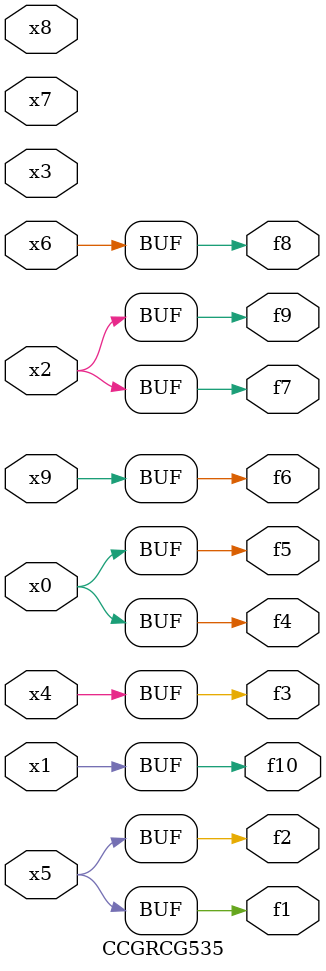
<source format=v>
module CCGRCG535(
	input x0, x1, x2, x3, x4, x5, x6, x7, x8, x9,
	output f1, f2, f3, f4, f5, f6, f7, f8, f9, f10
);
	assign f1 = x5;
	assign f2 = x5;
	assign f3 = x4;
	assign f4 = x0;
	assign f5 = x0;
	assign f6 = x9;
	assign f7 = x2;
	assign f8 = x6;
	assign f9 = x2;
	assign f10 = x1;
endmodule

</source>
